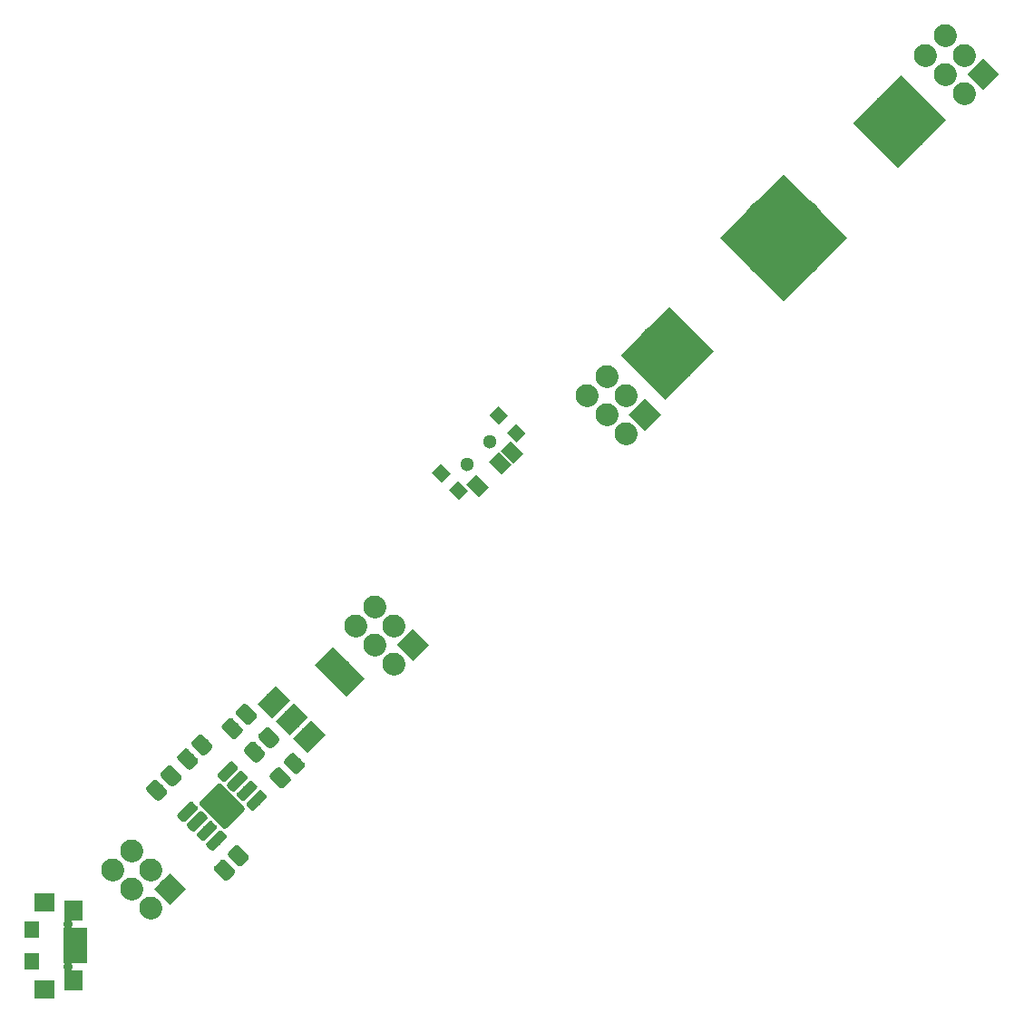
<source format=gbr>
G04 #@! TF.GenerationSoftware,KiCad,Pcbnew,5.1.2*
G04 #@! TF.CreationDate,2019-07-05T21:59:41-05:00*
G04 #@! TF.ProjectId,Master_Sword_(Ocarina_of_Time),4d617374-6572-45f5-9377-6f72645f284f,rev?*
G04 #@! TF.SameCoordinates,Original*
G04 #@! TF.FileFunction,Soldermask,Bot*
G04 #@! TF.FilePolarity,Negative*
%FSLAX46Y46*%
G04 Gerber Fmt 4.6, Leading zero omitted, Abs format (unit mm)*
G04 Created by KiCad (PCBNEW 5.1.2) date 2019-07-05 21:59:41*
%MOMM*%
%LPD*%
G04 APERTURE LIST*
%ADD10C,5.900000*%
%ADD11C,0.100000*%
%ADD12C,8.400000*%
%ADD13C,1.375000*%
%ADD14C,2.100000*%
%ADD15C,2.100000*%
%ADD16R,1.400000X1.500000*%
%ADD17R,1.900000X1.750000*%
%ADD18C,0.900000*%
%ADD19R,2.200000X0.800000*%
%ADD20R,1.800000X1.900000*%
%ADD21C,1.200000*%
%ADD22C,1.300000*%
%ADD23C,2.810000*%
%ADD24C,1.000000*%
%ADD25C,2.400000*%
%ADD26C,1.900000*%
G04 APERTURE END LIST*
D10*
X156272532Y-93877468D03*
D11*
G36*
X156095755Y-98226175D02*
G01*
X151923825Y-94054245D01*
X156449309Y-89528761D01*
X160621239Y-93700691D01*
X156095755Y-98226175D01*
X156095755Y-98226175D01*
G37*
D10*
X177910000Y-72240000D03*
D11*
G36*
X177733223Y-76588707D02*
G01*
X173561293Y-72416777D01*
X178086777Y-67891293D01*
X182258707Y-72063223D01*
X177733223Y-76588707D01*
X177733223Y-76588707D01*
G37*
D12*
X167091266Y-83058734D03*
D11*
G36*
X167091266Y-88998431D02*
G01*
X161151569Y-83058734D01*
X167091266Y-77119037D01*
X173030963Y-83058734D01*
X167091266Y-88998431D01*
X167091266Y-88998431D01*
G37*
G36*
X108463433Y-133681509D02*
G01*
X108496802Y-133686459D01*
X108529525Y-133694656D01*
X108561287Y-133706020D01*
X108591783Y-133720444D01*
X108620717Y-133737786D01*
X108647813Y-133757882D01*
X108672808Y-133780536D01*
X109459464Y-134567192D01*
X109482118Y-134592187D01*
X109502214Y-134619283D01*
X109519556Y-134648217D01*
X109533980Y-134678713D01*
X109545344Y-134710475D01*
X109553541Y-134743198D01*
X109558491Y-134776567D01*
X109560146Y-134810260D01*
X109558491Y-134843953D01*
X109553541Y-134877322D01*
X109545344Y-134910045D01*
X109533980Y-134941807D01*
X109519556Y-134972303D01*
X109502214Y-135001237D01*
X109482118Y-135028333D01*
X109459464Y-135053328D01*
X108973328Y-135539464D01*
X108948333Y-135562118D01*
X108921237Y-135582214D01*
X108892303Y-135599556D01*
X108861807Y-135613980D01*
X108830045Y-135625344D01*
X108797322Y-135633541D01*
X108763953Y-135638491D01*
X108730260Y-135640146D01*
X108696567Y-135638491D01*
X108663198Y-135633541D01*
X108630475Y-135625344D01*
X108598713Y-135613980D01*
X108568217Y-135599556D01*
X108539283Y-135582214D01*
X108512187Y-135562118D01*
X108487192Y-135539464D01*
X107700536Y-134752808D01*
X107677882Y-134727813D01*
X107657786Y-134700717D01*
X107640444Y-134671783D01*
X107626020Y-134641287D01*
X107614656Y-134609525D01*
X107606459Y-134576802D01*
X107601509Y-134543433D01*
X107599854Y-134509740D01*
X107601509Y-134476047D01*
X107606459Y-134442678D01*
X107614656Y-134409955D01*
X107626020Y-134378193D01*
X107640444Y-134347697D01*
X107657786Y-134318763D01*
X107677882Y-134291667D01*
X107700536Y-134266672D01*
X108186672Y-133780536D01*
X108211667Y-133757882D01*
X108238763Y-133737786D01*
X108267697Y-133720444D01*
X108298193Y-133706020D01*
X108329955Y-133694656D01*
X108362678Y-133686459D01*
X108396047Y-133681509D01*
X108429740Y-133679854D01*
X108463433Y-133681509D01*
X108463433Y-133681509D01*
G37*
D13*
X108580000Y-134660000D03*
D11*
G36*
X109789259Y-132355683D02*
G01*
X109822628Y-132360633D01*
X109855351Y-132368830D01*
X109887113Y-132380194D01*
X109917609Y-132394618D01*
X109946543Y-132411960D01*
X109973639Y-132432056D01*
X109998634Y-132454710D01*
X110785290Y-133241366D01*
X110807944Y-133266361D01*
X110828040Y-133293457D01*
X110845382Y-133322391D01*
X110859806Y-133352887D01*
X110871170Y-133384649D01*
X110879367Y-133417372D01*
X110884317Y-133450741D01*
X110885972Y-133484434D01*
X110884317Y-133518127D01*
X110879367Y-133551496D01*
X110871170Y-133584219D01*
X110859806Y-133615981D01*
X110845382Y-133646477D01*
X110828040Y-133675411D01*
X110807944Y-133702507D01*
X110785290Y-133727502D01*
X110299154Y-134213638D01*
X110274159Y-134236292D01*
X110247063Y-134256388D01*
X110218129Y-134273730D01*
X110187633Y-134288154D01*
X110155871Y-134299518D01*
X110123148Y-134307715D01*
X110089779Y-134312665D01*
X110056086Y-134314320D01*
X110022393Y-134312665D01*
X109989024Y-134307715D01*
X109956301Y-134299518D01*
X109924539Y-134288154D01*
X109894043Y-134273730D01*
X109865109Y-134256388D01*
X109838013Y-134236292D01*
X109813018Y-134213638D01*
X109026362Y-133426982D01*
X109003708Y-133401987D01*
X108983612Y-133374891D01*
X108966270Y-133345957D01*
X108951846Y-133315461D01*
X108940482Y-133283699D01*
X108932285Y-133250976D01*
X108927335Y-133217607D01*
X108925680Y-133183914D01*
X108927335Y-133150221D01*
X108932285Y-133116852D01*
X108940482Y-133084129D01*
X108951846Y-133052367D01*
X108966270Y-133021871D01*
X108983612Y-132992937D01*
X109003708Y-132965841D01*
X109026362Y-132940846D01*
X109512498Y-132454710D01*
X109537493Y-132432056D01*
X109564589Y-132411960D01*
X109593523Y-132394618D01*
X109624019Y-132380194D01*
X109655781Y-132368830D01*
X109688504Y-132360633D01*
X109721873Y-132355683D01*
X109755566Y-132354028D01*
X109789259Y-132355683D01*
X109789259Y-132355683D01*
G37*
D13*
X109905826Y-133334174D03*
D11*
G36*
X117603433Y-130121509D02*
G01*
X117636802Y-130126459D01*
X117669525Y-130134656D01*
X117701287Y-130146020D01*
X117731783Y-130160444D01*
X117760717Y-130177786D01*
X117787813Y-130197882D01*
X117812808Y-130220536D01*
X118599464Y-131007192D01*
X118622118Y-131032187D01*
X118642214Y-131059283D01*
X118659556Y-131088217D01*
X118673980Y-131118713D01*
X118685344Y-131150475D01*
X118693541Y-131183198D01*
X118698491Y-131216567D01*
X118700146Y-131250260D01*
X118698491Y-131283953D01*
X118693541Y-131317322D01*
X118685344Y-131350045D01*
X118673980Y-131381807D01*
X118659556Y-131412303D01*
X118642214Y-131441237D01*
X118622118Y-131468333D01*
X118599464Y-131493328D01*
X118113328Y-131979464D01*
X118088333Y-132002118D01*
X118061237Y-132022214D01*
X118032303Y-132039556D01*
X118001807Y-132053980D01*
X117970045Y-132065344D01*
X117937322Y-132073541D01*
X117903953Y-132078491D01*
X117870260Y-132080146D01*
X117836567Y-132078491D01*
X117803198Y-132073541D01*
X117770475Y-132065344D01*
X117738713Y-132053980D01*
X117708217Y-132039556D01*
X117679283Y-132022214D01*
X117652187Y-132002118D01*
X117627192Y-131979464D01*
X116840536Y-131192808D01*
X116817882Y-131167813D01*
X116797786Y-131140717D01*
X116780444Y-131111783D01*
X116766020Y-131081287D01*
X116754656Y-131049525D01*
X116746459Y-131016802D01*
X116741509Y-130983433D01*
X116739854Y-130949740D01*
X116741509Y-130916047D01*
X116746459Y-130882678D01*
X116754656Y-130849955D01*
X116766020Y-130818193D01*
X116780444Y-130787697D01*
X116797786Y-130758763D01*
X116817882Y-130731667D01*
X116840536Y-130706672D01*
X117326672Y-130220536D01*
X117351667Y-130197882D01*
X117378763Y-130177786D01*
X117407697Y-130160444D01*
X117438193Y-130146020D01*
X117469955Y-130134656D01*
X117502678Y-130126459D01*
X117536047Y-130121509D01*
X117569740Y-130119854D01*
X117603433Y-130121509D01*
X117603433Y-130121509D01*
G37*
D13*
X117720000Y-131100000D03*
D11*
G36*
X118929259Y-128795683D02*
G01*
X118962628Y-128800633D01*
X118995351Y-128808830D01*
X119027113Y-128820194D01*
X119057609Y-128834618D01*
X119086543Y-128851960D01*
X119113639Y-128872056D01*
X119138634Y-128894710D01*
X119925290Y-129681366D01*
X119947944Y-129706361D01*
X119968040Y-129733457D01*
X119985382Y-129762391D01*
X119999806Y-129792887D01*
X120011170Y-129824649D01*
X120019367Y-129857372D01*
X120024317Y-129890741D01*
X120025972Y-129924434D01*
X120024317Y-129958127D01*
X120019367Y-129991496D01*
X120011170Y-130024219D01*
X119999806Y-130055981D01*
X119985382Y-130086477D01*
X119968040Y-130115411D01*
X119947944Y-130142507D01*
X119925290Y-130167502D01*
X119439154Y-130653638D01*
X119414159Y-130676292D01*
X119387063Y-130696388D01*
X119358129Y-130713730D01*
X119327633Y-130728154D01*
X119295871Y-130739518D01*
X119263148Y-130747715D01*
X119229779Y-130752665D01*
X119196086Y-130754320D01*
X119162393Y-130752665D01*
X119129024Y-130747715D01*
X119096301Y-130739518D01*
X119064539Y-130728154D01*
X119034043Y-130713730D01*
X119005109Y-130696388D01*
X118978013Y-130676292D01*
X118953018Y-130653638D01*
X118166362Y-129866982D01*
X118143708Y-129841987D01*
X118123612Y-129814891D01*
X118106270Y-129785957D01*
X118091846Y-129755461D01*
X118080482Y-129723699D01*
X118072285Y-129690976D01*
X118067335Y-129657607D01*
X118065680Y-129623914D01*
X118067335Y-129590221D01*
X118072285Y-129556852D01*
X118080482Y-129524129D01*
X118091846Y-129492367D01*
X118106270Y-129461871D01*
X118123612Y-129432937D01*
X118143708Y-129405841D01*
X118166362Y-129380846D01*
X118652498Y-128894710D01*
X118677493Y-128872056D01*
X118704589Y-128851960D01*
X118733523Y-128834618D01*
X118764019Y-128820194D01*
X118795781Y-128808830D01*
X118828504Y-128800633D01*
X118861873Y-128795683D01*
X118895566Y-128794028D01*
X118929259Y-128795683D01*
X118929259Y-128795683D01*
G37*
D13*
X119045826Y-129774174D03*
D11*
G36*
X116839259Y-126615683D02*
G01*
X116872628Y-126620633D01*
X116905351Y-126628830D01*
X116937113Y-126640194D01*
X116967609Y-126654618D01*
X116996543Y-126671960D01*
X117023639Y-126692056D01*
X117048634Y-126714710D01*
X117835290Y-127501366D01*
X117857944Y-127526361D01*
X117878040Y-127553457D01*
X117895382Y-127582391D01*
X117909806Y-127612887D01*
X117921170Y-127644649D01*
X117929367Y-127677372D01*
X117934317Y-127710741D01*
X117935972Y-127744434D01*
X117934317Y-127778127D01*
X117929367Y-127811496D01*
X117921170Y-127844219D01*
X117909806Y-127875981D01*
X117895382Y-127906477D01*
X117878040Y-127935411D01*
X117857944Y-127962507D01*
X117835290Y-127987502D01*
X117349154Y-128473638D01*
X117324159Y-128496292D01*
X117297063Y-128516388D01*
X117268129Y-128533730D01*
X117237633Y-128548154D01*
X117205871Y-128559518D01*
X117173148Y-128567715D01*
X117139779Y-128572665D01*
X117106086Y-128574320D01*
X117072393Y-128572665D01*
X117039024Y-128567715D01*
X117006301Y-128559518D01*
X116974539Y-128548154D01*
X116944043Y-128533730D01*
X116915109Y-128516388D01*
X116888013Y-128496292D01*
X116863018Y-128473638D01*
X116076362Y-127686982D01*
X116053708Y-127661987D01*
X116033612Y-127634891D01*
X116016270Y-127605957D01*
X116001846Y-127575461D01*
X115990482Y-127543699D01*
X115982285Y-127510976D01*
X115977335Y-127477607D01*
X115975680Y-127443914D01*
X115977335Y-127410221D01*
X115982285Y-127376852D01*
X115990482Y-127344129D01*
X116001846Y-127312367D01*
X116016270Y-127281871D01*
X116033612Y-127252937D01*
X116053708Y-127225841D01*
X116076362Y-127200846D01*
X116562498Y-126714710D01*
X116587493Y-126692056D01*
X116614589Y-126671960D01*
X116643523Y-126654618D01*
X116674019Y-126640194D01*
X116705781Y-126628830D01*
X116738504Y-126620633D01*
X116771873Y-126615683D01*
X116805566Y-126614028D01*
X116839259Y-126615683D01*
X116839259Y-126615683D01*
G37*
D13*
X116955826Y-127594174D03*
D11*
G36*
X115513433Y-127941509D02*
G01*
X115546802Y-127946459D01*
X115579525Y-127954656D01*
X115611287Y-127966020D01*
X115641783Y-127980444D01*
X115670717Y-127997786D01*
X115697813Y-128017882D01*
X115722808Y-128040536D01*
X116509464Y-128827192D01*
X116532118Y-128852187D01*
X116552214Y-128879283D01*
X116569556Y-128908217D01*
X116583980Y-128938713D01*
X116595344Y-128970475D01*
X116603541Y-129003198D01*
X116608491Y-129036567D01*
X116610146Y-129070260D01*
X116608491Y-129103953D01*
X116603541Y-129137322D01*
X116595344Y-129170045D01*
X116583980Y-129201807D01*
X116569556Y-129232303D01*
X116552214Y-129261237D01*
X116532118Y-129288333D01*
X116509464Y-129313328D01*
X116023328Y-129799464D01*
X115998333Y-129822118D01*
X115971237Y-129842214D01*
X115942303Y-129859556D01*
X115911807Y-129873980D01*
X115880045Y-129885344D01*
X115847322Y-129893541D01*
X115813953Y-129898491D01*
X115780260Y-129900146D01*
X115746567Y-129898491D01*
X115713198Y-129893541D01*
X115680475Y-129885344D01*
X115648713Y-129873980D01*
X115618217Y-129859556D01*
X115589283Y-129842214D01*
X115562187Y-129822118D01*
X115537192Y-129799464D01*
X114750536Y-129012808D01*
X114727882Y-128987813D01*
X114707786Y-128960717D01*
X114690444Y-128931783D01*
X114676020Y-128901287D01*
X114664656Y-128869525D01*
X114656459Y-128836802D01*
X114651509Y-128803433D01*
X114649854Y-128769740D01*
X114651509Y-128736047D01*
X114656459Y-128702678D01*
X114664656Y-128669955D01*
X114676020Y-128638193D01*
X114690444Y-128607697D01*
X114707786Y-128578763D01*
X114727882Y-128551667D01*
X114750536Y-128526672D01*
X115236672Y-128040536D01*
X115261667Y-128017882D01*
X115288763Y-127997786D01*
X115317697Y-127980444D01*
X115348193Y-127966020D01*
X115379955Y-127954656D01*
X115412678Y-127946459D01*
X115446047Y-127941509D01*
X115479740Y-127939854D01*
X115513433Y-127941509D01*
X115513433Y-127941509D01*
G37*
D13*
X115630000Y-128920000D03*
D11*
G36*
X120000520Y-132534422D02*
G01*
X120033889Y-132539372D01*
X120066612Y-132547569D01*
X120098374Y-132558933D01*
X120128870Y-132573357D01*
X120157804Y-132590699D01*
X120184900Y-132610795D01*
X120209895Y-132633449D01*
X120996551Y-133420105D01*
X121019205Y-133445100D01*
X121039301Y-133472196D01*
X121056643Y-133501130D01*
X121071067Y-133531626D01*
X121082431Y-133563388D01*
X121090628Y-133596111D01*
X121095578Y-133629480D01*
X121097233Y-133663173D01*
X121095578Y-133696866D01*
X121090628Y-133730235D01*
X121082431Y-133762958D01*
X121071067Y-133794720D01*
X121056643Y-133825216D01*
X121039301Y-133854150D01*
X121019205Y-133881246D01*
X120996551Y-133906241D01*
X120510415Y-134392377D01*
X120485420Y-134415031D01*
X120458324Y-134435127D01*
X120429390Y-134452469D01*
X120398894Y-134466893D01*
X120367132Y-134478257D01*
X120334409Y-134486454D01*
X120301040Y-134491404D01*
X120267347Y-134493059D01*
X120233654Y-134491404D01*
X120200285Y-134486454D01*
X120167562Y-134478257D01*
X120135800Y-134466893D01*
X120105304Y-134452469D01*
X120076370Y-134435127D01*
X120049274Y-134415031D01*
X120024279Y-134392377D01*
X119237623Y-133605721D01*
X119214969Y-133580726D01*
X119194873Y-133553630D01*
X119177531Y-133524696D01*
X119163107Y-133494200D01*
X119151743Y-133462438D01*
X119143546Y-133429715D01*
X119138596Y-133396346D01*
X119136941Y-133362653D01*
X119138596Y-133328960D01*
X119143546Y-133295591D01*
X119151743Y-133262868D01*
X119163107Y-133231106D01*
X119177531Y-133200610D01*
X119194873Y-133171676D01*
X119214969Y-133144580D01*
X119237623Y-133119585D01*
X119723759Y-132633449D01*
X119748754Y-132610795D01*
X119775850Y-132590699D01*
X119804784Y-132573357D01*
X119835280Y-132558933D01*
X119867042Y-132547569D01*
X119899765Y-132539372D01*
X119933134Y-132534422D01*
X119966827Y-132532767D01*
X120000520Y-132534422D01*
X120000520Y-132534422D01*
G37*
D13*
X120117087Y-133512913D03*
D11*
G36*
X121326346Y-131208596D02*
G01*
X121359715Y-131213546D01*
X121392438Y-131221743D01*
X121424200Y-131233107D01*
X121454696Y-131247531D01*
X121483630Y-131264873D01*
X121510726Y-131284969D01*
X121535721Y-131307623D01*
X122322377Y-132094279D01*
X122345031Y-132119274D01*
X122365127Y-132146370D01*
X122382469Y-132175304D01*
X122396893Y-132205800D01*
X122408257Y-132237562D01*
X122416454Y-132270285D01*
X122421404Y-132303654D01*
X122423059Y-132337347D01*
X122421404Y-132371040D01*
X122416454Y-132404409D01*
X122408257Y-132437132D01*
X122396893Y-132468894D01*
X122382469Y-132499390D01*
X122365127Y-132528324D01*
X122345031Y-132555420D01*
X122322377Y-132580415D01*
X121836241Y-133066551D01*
X121811246Y-133089205D01*
X121784150Y-133109301D01*
X121755216Y-133126643D01*
X121724720Y-133141067D01*
X121692958Y-133152431D01*
X121660235Y-133160628D01*
X121626866Y-133165578D01*
X121593173Y-133167233D01*
X121559480Y-133165578D01*
X121526111Y-133160628D01*
X121493388Y-133152431D01*
X121461626Y-133141067D01*
X121431130Y-133126643D01*
X121402196Y-133109301D01*
X121375100Y-133089205D01*
X121350105Y-133066551D01*
X120563449Y-132279895D01*
X120540795Y-132254900D01*
X120520699Y-132227804D01*
X120503357Y-132198870D01*
X120488933Y-132168374D01*
X120477569Y-132136612D01*
X120469372Y-132103889D01*
X120464422Y-132070520D01*
X120462767Y-132036827D01*
X120464422Y-132003134D01*
X120469372Y-131969765D01*
X120477569Y-131937042D01*
X120488933Y-131905280D01*
X120503357Y-131874784D01*
X120520699Y-131845850D01*
X120540795Y-131818754D01*
X120563449Y-131793759D01*
X121049585Y-131307623D01*
X121074580Y-131284969D01*
X121101676Y-131264873D01*
X121130610Y-131247531D01*
X121161106Y-131233107D01*
X121192868Y-131221743D01*
X121225591Y-131213546D01*
X121258960Y-131208596D01*
X121292653Y-131206941D01*
X121326346Y-131208596D01*
X121326346Y-131208596D01*
G37*
D13*
X121442913Y-132187087D03*
D14*
X104410000Y-142090000D03*
D15*
X104410000Y-142090000D02*
X104410000Y-142090000D01*
D14*
X106206052Y-140293949D03*
D15*
X106206052Y-140293949D02*
X106206052Y-140293949D01*
D14*
X106206052Y-143886051D03*
D15*
X106206052Y-143886051D02*
X106206052Y-143886051D01*
D14*
X108002103Y-142090000D03*
D15*
X108002103Y-142090000D02*
X108002103Y-142090000D01*
D14*
X108002103Y-145682102D03*
D15*
X108002103Y-145682102D02*
X108002103Y-145682102D01*
D14*
X109798154Y-143886051D03*
D11*
G36*
X109798154Y-142401127D02*
G01*
X111283078Y-143886051D01*
X109798154Y-145370975D01*
X108313230Y-143886051D01*
X109798154Y-142401127D01*
X109798154Y-142401127D01*
G37*
D14*
X132490000Y-121100000D03*
D11*
G36*
X132490000Y-119615076D02*
G01*
X133974924Y-121100000D01*
X132490000Y-122584924D01*
X131005076Y-121100000D01*
X132490000Y-119615076D01*
X132490000Y-119615076D01*
G37*
D14*
X130693949Y-122896051D03*
D15*
X130693949Y-122896051D02*
X130693949Y-122896051D01*
D14*
X130693949Y-119303949D03*
D15*
X130693949Y-119303949D02*
X130693949Y-119303949D01*
D14*
X128897898Y-121100000D03*
D15*
X128897898Y-121100000D02*
X128897898Y-121100000D01*
D14*
X128897898Y-117507898D03*
D15*
X128897898Y-117507898D02*
X128897898Y-117507898D01*
D14*
X127101846Y-119303949D03*
D15*
X127101846Y-119303949D02*
X127101846Y-119303949D01*
D14*
X154150000Y-99590000D03*
D11*
G36*
X154150000Y-98105076D02*
G01*
X155634924Y-99590000D01*
X154150000Y-101074924D01*
X152665076Y-99590000D01*
X154150000Y-98105076D01*
X154150000Y-98105076D01*
G37*
D14*
X152353949Y-101386051D03*
D15*
X152353949Y-101386051D02*
X152353949Y-101386051D01*
D14*
X152353949Y-97793949D03*
D15*
X152353949Y-97793949D02*
X152353949Y-97793949D01*
D14*
X150557898Y-99590000D03*
D15*
X150557898Y-99590000D02*
X150557898Y-99590000D01*
D14*
X150557898Y-95997898D03*
D15*
X150557898Y-95997898D02*
X150557898Y-95997898D01*
D14*
X148761846Y-97793949D03*
D15*
X148761846Y-97793949D02*
X148761846Y-97793949D01*
D14*
X180353948Y-66023949D03*
D15*
X180353948Y-66023949D02*
X180353948Y-66023949D01*
D14*
X182150000Y-64227898D03*
D15*
X182150000Y-64227898D02*
X182150000Y-64227898D01*
D14*
X182150000Y-67820000D03*
D15*
X182150000Y-67820000D02*
X182150000Y-67820000D01*
D14*
X183946051Y-66023949D03*
D15*
X183946051Y-66023949D02*
X183946051Y-66023949D01*
D14*
X183946051Y-69616051D03*
D15*
X183946051Y-69616051D02*
X183946051Y-69616051D01*
D14*
X185742102Y-67820000D03*
D11*
G36*
X185742102Y-66335076D02*
G01*
X187227026Y-67820000D01*
X185742102Y-69304924D01*
X184257178Y-67820000D01*
X185742102Y-66335076D01*
X185742102Y-66335076D01*
G37*
D16*
X96930000Y-147680000D03*
X96930000Y-150680000D03*
D17*
X98110000Y-145105000D03*
X98110000Y-153255000D03*
D18*
X100330000Y-147180000D03*
X100330000Y-151180000D03*
D19*
X100980000Y-147880000D03*
X100980000Y-150480000D03*
X100980000Y-148530000D03*
X100980000Y-149830000D03*
X100980000Y-149180000D03*
D20*
X100780000Y-145930000D03*
X100780000Y-152430000D03*
D11*
G36*
X114770520Y-141134422D02*
G01*
X114803889Y-141139372D01*
X114836612Y-141147569D01*
X114868374Y-141158933D01*
X114898870Y-141173357D01*
X114927804Y-141190699D01*
X114954900Y-141210795D01*
X114979895Y-141233449D01*
X115766551Y-142020105D01*
X115789205Y-142045100D01*
X115809301Y-142072196D01*
X115826643Y-142101130D01*
X115841067Y-142131626D01*
X115852431Y-142163388D01*
X115860628Y-142196111D01*
X115865578Y-142229480D01*
X115867233Y-142263173D01*
X115865578Y-142296866D01*
X115860628Y-142330235D01*
X115852431Y-142362958D01*
X115841067Y-142394720D01*
X115826643Y-142425216D01*
X115809301Y-142454150D01*
X115789205Y-142481246D01*
X115766551Y-142506241D01*
X115280415Y-142992377D01*
X115255420Y-143015031D01*
X115228324Y-143035127D01*
X115199390Y-143052469D01*
X115168894Y-143066893D01*
X115137132Y-143078257D01*
X115104409Y-143086454D01*
X115071040Y-143091404D01*
X115037347Y-143093059D01*
X115003654Y-143091404D01*
X114970285Y-143086454D01*
X114937562Y-143078257D01*
X114905800Y-143066893D01*
X114875304Y-143052469D01*
X114846370Y-143035127D01*
X114819274Y-143015031D01*
X114794279Y-142992377D01*
X114007623Y-142205721D01*
X113984969Y-142180726D01*
X113964873Y-142153630D01*
X113947531Y-142124696D01*
X113933107Y-142094200D01*
X113921743Y-142062438D01*
X113913546Y-142029715D01*
X113908596Y-141996346D01*
X113906941Y-141962653D01*
X113908596Y-141928960D01*
X113913546Y-141895591D01*
X113921743Y-141862868D01*
X113933107Y-141831106D01*
X113947531Y-141800610D01*
X113964873Y-141771676D01*
X113984969Y-141744580D01*
X114007623Y-141719585D01*
X114493759Y-141233449D01*
X114518754Y-141210795D01*
X114545850Y-141190699D01*
X114574784Y-141173357D01*
X114605280Y-141158933D01*
X114637042Y-141147569D01*
X114669765Y-141139372D01*
X114703134Y-141134422D01*
X114736827Y-141132767D01*
X114770520Y-141134422D01*
X114770520Y-141134422D01*
G37*
D13*
X114887087Y-142112913D03*
D11*
G36*
X116096346Y-139808596D02*
G01*
X116129715Y-139813546D01*
X116162438Y-139821743D01*
X116194200Y-139833107D01*
X116224696Y-139847531D01*
X116253630Y-139864873D01*
X116280726Y-139884969D01*
X116305721Y-139907623D01*
X117092377Y-140694279D01*
X117115031Y-140719274D01*
X117135127Y-140746370D01*
X117152469Y-140775304D01*
X117166893Y-140805800D01*
X117178257Y-140837562D01*
X117186454Y-140870285D01*
X117191404Y-140903654D01*
X117193059Y-140937347D01*
X117191404Y-140971040D01*
X117186454Y-141004409D01*
X117178257Y-141037132D01*
X117166893Y-141068894D01*
X117152469Y-141099390D01*
X117135127Y-141128324D01*
X117115031Y-141155420D01*
X117092377Y-141180415D01*
X116606241Y-141666551D01*
X116581246Y-141689205D01*
X116554150Y-141709301D01*
X116525216Y-141726643D01*
X116494720Y-141741067D01*
X116462958Y-141752431D01*
X116430235Y-141760628D01*
X116396866Y-141765578D01*
X116363173Y-141767233D01*
X116329480Y-141765578D01*
X116296111Y-141760628D01*
X116263388Y-141752431D01*
X116231626Y-141741067D01*
X116201130Y-141726643D01*
X116172196Y-141709301D01*
X116145100Y-141689205D01*
X116120105Y-141666551D01*
X115333449Y-140879895D01*
X115310795Y-140854900D01*
X115290699Y-140827804D01*
X115273357Y-140798870D01*
X115258933Y-140768374D01*
X115247569Y-140736612D01*
X115239372Y-140703889D01*
X115234422Y-140670520D01*
X115232767Y-140636827D01*
X115234422Y-140603134D01*
X115239372Y-140569765D01*
X115247569Y-140537042D01*
X115258933Y-140505280D01*
X115273357Y-140474784D01*
X115290699Y-140445850D01*
X115310795Y-140418754D01*
X115333449Y-140393759D01*
X115819585Y-139907623D01*
X115844580Y-139884969D01*
X115871676Y-139864873D01*
X115900610Y-139847531D01*
X115931106Y-139833107D01*
X115962868Y-139821743D01*
X115995591Y-139813546D01*
X116028960Y-139808596D01*
X116062653Y-139806941D01*
X116096346Y-139808596D01*
X116096346Y-139808596D01*
G37*
D13*
X116212913Y-140787087D03*
D11*
G36*
X111357607Y-130787335D02*
G01*
X111390976Y-130792285D01*
X111423699Y-130800482D01*
X111455461Y-130811846D01*
X111485957Y-130826270D01*
X111514891Y-130843612D01*
X111541987Y-130863708D01*
X111566982Y-130886362D01*
X112353638Y-131673018D01*
X112376292Y-131698013D01*
X112396388Y-131725109D01*
X112413730Y-131754043D01*
X112428154Y-131784539D01*
X112439518Y-131816301D01*
X112447715Y-131849024D01*
X112452665Y-131882393D01*
X112454320Y-131916086D01*
X112452665Y-131949779D01*
X112447715Y-131983148D01*
X112439518Y-132015871D01*
X112428154Y-132047633D01*
X112413730Y-132078129D01*
X112396388Y-132107063D01*
X112376292Y-132134159D01*
X112353638Y-132159154D01*
X111867502Y-132645290D01*
X111842507Y-132667944D01*
X111815411Y-132688040D01*
X111786477Y-132705382D01*
X111755981Y-132719806D01*
X111724219Y-132731170D01*
X111691496Y-132739367D01*
X111658127Y-132744317D01*
X111624434Y-132745972D01*
X111590741Y-132744317D01*
X111557372Y-132739367D01*
X111524649Y-132731170D01*
X111492887Y-132719806D01*
X111462391Y-132705382D01*
X111433457Y-132688040D01*
X111406361Y-132667944D01*
X111381366Y-132645290D01*
X110594710Y-131858634D01*
X110572056Y-131833639D01*
X110551960Y-131806543D01*
X110534618Y-131777609D01*
X110520194Y-131747113D01*
X110508830Y-131715351D01*
X110500633Y-131682628D01*
X110495683Y-131649259D01*
X110494028Y-131615566D01*
X110495683Y-131581873D01*
X110500633Y-131548504D01*
X110508830Y-131515781D01*
X110520194Y-131484019D01*
X110534618Y-131453523D01*
X110551960Y-131424589D01*
X110572056Y-131397493D01*
X110594710Y-131372498D01*
X111080846Y-130886362D01*
X111105841Y-130863708D01*
X111132937Y-130843612D01*
X111161871Y-130826270D01*
X111192367Y-130811846D01*
X111224129Y-130800482D01*
X111256852Y-130792285D01*
X111290221Y-130787335D01*
X111323914Y-130785680D01*
X111357607Y-130787335D01*
X111357607Y-130787335D01*
G37*
D13*
X111474174Y-131765826D03*
D11*
G36*
X112683433Y-129461509D02*
G01*
X112716802Y-129466459D01*
X112749525Y-129474656D01*
X112781287Y-129486020D01*
X112811783Y-129500444D01*
X112840717Y-129517786D01*
X112867813Y-129537882D01*
X112892808Y-129560536D01*
X113679464Y-130347192D01*
X113702118Y-130372187D01*
X113722214Y-130399283D01*
X113739556Y-130428217D01*
X113753980Y-130458713D01*
X113765344Y-130490475D01*
X113773541Y-130523198D01*
X113778491Y-130556567D01*
X113780146Y-130590260D01*
X113778491Y-130623953D01*
X113773541Y-130657322D01*
X113765344Y-130690045D01*
X113753980Y-130721807D01*
X113739556Y-130752303D01*
X113722214Y-130781237D01*
X113702118Y-130808333D01*
X113679464Y-130833328D01*
X113193328Y-131319464D01*
X113168333Y-131342118D01*
X113141237Y-131362214D01*
X113112303Y-131379556D01*
X113081807Y-131393980D01*
X113050045Y-131405344D01*
X113017322Y-131413541D01*
X112983953Y-131418491D01*
X112950260Y-131420146D01*
X112916567Y-131418491D01*
X112883198Y-131413541D01*
X112850475Y-131405344D01*
X112818713Y-131393980D01*
X112788217Y-131379556D01*
X112759283Y-131362214D01*
X112732187Y-131342118D01*
X112707192Y-131319464D01*
X111920536Y-130532808D01*
X111897882Y-130507813D01*
X111877786Y-130480717D01*
X111860444Y-130451783D01*
X111846020Y-130421287D01*
X111834656Y-130389525D01*
X111826459Y-130356802D01*
X111821509Y-130323433D01*
X111819854Y-130289740D01*
X111821509Y-130256047D01*
X111826459Y-130222678D01*
X111834656Y-130189955D01*
X111846020Y-130158193D01*
X111860444Y-130127697D01*
X111877786Y-130098763D01*
X111897882Y-130071667D01*
X111920536Y-130046672D01*
X112406672Y-129560536D01*
X112431667Y-129537882D01*
X112458763Y-129517786D01*
X112487697Y-129500444D01*
X112518193Y-129486020D01*
X112549955Y-129474656D01*
X112582678Y-129466459D01*
X112616047Y-129461509D01*
X112649740Y-129459854D01*
X112683433Y-129461509D01*
X112683433Y-129461509D01*
G37*
D13*
X112800000Y-130440000D03*
D21*
X140503833Y-99679821D03*
D11*
G36*
X140468478Y-98795938D02*
G01*
X141387716Y-99715176D01*
X140539188Y-100563704D01*
X139619950Y-99644466D01*
X140468478Y-98795938D01*
X140468478Y-98795938D01*
G37*
D21*
X135129821Y-105053833D03*
D11*
G36*
X135094466Y-104169950D02*
G01*
X136013704Y-105089188D01*
X135165176Y-105937716D01*
X134245938Y-105018478D01*
X135094466Y-104169950D01*
X135094466Y-104169950D01*
G37*
D21*
X136749096Y-106687250D03*
D11*
G36*
X136713741Y-105803367D02*
G01*
X137632979Y-106722605D01*
X136784451Y-107571133D01*
X135865213Y-106651895D01*
X136713741Y-105803367D01*
X136713741Y-105803367D01*
G37*
D21*
X142130179Y-101306167D03*
D11*
G36*
X142094824Y-100422284D02*
G01*
X143014062Y-101341522D01*
X142165534Y-102190050D01*
X141246296Y-101270812D01*
X142094824Y-100422284D01*
X142094824Y-100422284D01*
G37*
D22*
X141723592Y-103091612D03*
D11*
G36*
X141599848Y-102048629D02*
G01*
X142766575Y-103215356D01*
X141847336Y-104134595D01*
X140680609Y-102967868D01*
X141599848Y-102048629D01*
X141599848Y-102048629D01*
G37*
D22*
X140662932Y-104152272D03*
D11*
G36*
X140539188Y-103109289D02*
G01*
X141705915Y-104276016D01*
X140786676Y-105195255D01*
X139619949Y-104028528D01*
X140539188Y-103109289D01*
X140539188Y-103109289D01*
G37*
D22*
X138541612Y-106273592D03*
D11*
G36*
X138417868Y-105230609D02*
G01*
X139584595Y-106397336D01*
X138665356Y-107316575D01*
X137498629Y-106149848D01*
X138417868Y-105230609D01*
X138417868Y-105230609D01*
G37*
D22*
X137569340Y-104240660D03*
X139690660Y-102119340D03*
D11*
G36*
X114464619Y-134041222D02*
G01*
X114492915Y-134045419D01*
X114520664Y-134052370D01*
X114547597Y-134062007D01*
X114573456Y-134074237D01*
X114597992Y-134088943D01*
X114620969Y-134105984D01*
X114642164Y-134125194D01*
X116704806Y-136187836D01*
X116724016Y-136209031D01*
X116741057Y-136232008D01*
X116755763Y-136256544D01*
X116767993Y-136282403D01*
X116777630Y-136309336D01*
X116784581Y-136337085D01*
X116788778Y-136365381D01*
X116790182Y-136393952D01*
X116788778Y-136422523D01*
X116784581Y-136450819D01*
X116777630Y-136478568D01*
X116767993Y-136505501D01*
X116755763Y-136531360D01*
X116741057Y-136555896D01*
X116724016Y-136578873D01*
X116704806Y-136600068D01*
X115130068Y-138174806D01*
X115108873Y-138194016D01*
X115085896Y-138211057D01*
X115061360Y-138225763D01*
X115035501Y-138237993D01*
X115008568Y-138247630D01*
X114980819Y-138254581D01*
X114952523Y-138258778D01*
X114923952Y-138260182D01*
X114895381Y-138258778D01*
X114867085Y-138254581D01*
X114839336Y-138247630D01*
X114812403Y-138237993D01*
X114786544Y-138225763D01*
X114762008Y-138211057D01*
X114739031Y-138194016D01*
X114717836Y-138174806D01*
X112655194Y-136112164D01*
X112635984Y-136090969D01*
X112618943Y-136067992D01*
X112604237Y-136043456D01*
X112592007Y-136017597D01*
X112582370Y-135990664D01*
X112575419Y-135962915D01*
X112571222Y-135934619D01*
X112569818Y-135906048D01*
X112571222Y-135877477D01*
X112575419Y-135849181D01*
X112582370Y-135821432D01*
X112592007Y-135794499D01*
X112604237Y-135768640D01*
X112618943Y-135744104D01*
X112635984Y-135721127D01*
X112655194Y-135699932D01*
X114229932Y-134125194D01*
X114251127Y-134105984D01*
X114274104Y-134088943D01*
X114298640Y-134074237D01*
X114324499Y-134062007D01*
X114351432Y-134052370D01*
X114379181Y-134045419D01*
X114407477Y-134041222D01*
X114436048Y-134039818D01*
X114464619Y-134041222D01*
X114464619Y-134041222D01*
G37*
D23*
X114680000Y-136150000D03*
D11*
G36*
X114531262Y-138414968D02*
G01*
X114555531Y-138418568D01*
X114579329Y-138424529D01*
X114602429Y-138432794D01*
X114624607Y-138443284D01*
X114645651Y-138455897D01*
X114665356Y-138470511D01*
X114683535Y-138486987D01*
X115037089Y-138840541D01*
X115053565Y-138858720D01*
X115068179Y-138878425D01*
X115080792Y-138899469D01*
X115091282Y-138921647D01*
X115099547Y-138944747D01*
X115105508Y-138968545D01*
X115109108Y-138992814D01*
X115110312Y-139017318D01*
X115109108Y-139041822D01*
X115105508Y-139066091D01*
X115099547Y-139089889D01*
X115091282Y-139112989D01*
X115080792Y-139135167D01*
X115068179Y-139156211D01*
X115053565Y-139175916D01*
X115037089Y-139194095D01*
X113976429Y-140254755D01*
X113958250Y-140271231D01*
X113938545Y-140285845D01*
X113917501Y-140298458D01*
X113895323Y-140308948D01*
X113872223Y-140317213D01*
X113848425Y-140323174D01*
X113824156Y-140326774D01*
X113799652Y-140327978D01*
X113775148Y-140326774D01*
X113750879Y-140323174D01*
X113727081Y-140317213D01*
X113703981Y-140308948D01*
X113681803Y-140298458D01*
X113660759Y-140285845D01*
X113641054Y-140271231D01*
X113622875Y-140254755D01*
X113269321Y-139901201D01*
X113252845Y-139883022D01*
X113238231Y-139863317D01*
X113225618Y-139842273D01*
X113215128Y-139820095D01*
X113206863Y-139796995D01*
X113200902Y-139773197D01*
X113197302Y-139748928D01*
X113196098Y-139724424D01*
X113197302Y-139699920D01*
X113200902Y-139675651D01*
X113206863Y-139651853D01*
X113215128Y-139628753D01*
X113225618Y-139606575D01*
X113238231Y-139585531D01*
X113252845Y-139565826D01*
X113269321Y-139547647D01*
X114329981Y-138486987D01*
X114348160Y-138470511D01*
X114367865Y-138455897D01*
X114388909Y-138443284D01*
X114411087Y-138432794D01*
X114434187Y-138424529D01*
X114457985Y-138418568D01*
X114482254Y-138414968D01*
X114506758Y-138413764D01*
X114531262Y-138414968D01*
X114531262Y-138414968D01*
G37*
D24*
X114153205Y-139370871D03*
D11*
G36*
X113633237Y-137516943D02*
G01*
X113657506Y-137520543D01*
X113681304Y-137526504D01*
X113704404Y-137534769D01*
X113726582Y-137545259D01*
X113747626Y-137557872D01*
X113767331Y-137572486D01*
X113785510Y-137588962D01*
X114139064Y-137942516D01*
X114155540Y-137960695D01*
X114170154Y-137980400D01*
X114182767Y-138001444D01*
X114193257Y-138023622D01*
X114201522Y-138046722D01*
X114207483Y-138070520D01*
X114211083Y-138094789D01*
X114212287Y-138119293D01*
X114211083Y-138143797D01*
X114207483Y-138168066D01*
X114201522Y-138191864D01*
X114193257Y-138214964D01*
X114182767Y-138237142D01*
X114170154Y-138258186D01*
X114155540Y-138277891D01*
X114139064Y-138296070D01*
X113078404Y-139356730D01*
X113060225Y-139373206D01*
X113040520Y-139387820D01*
X113019476Y-139400433D01*
X112997298Y-139410923D01*
X112974198Y-139419188D01*
X112950400Y-139425149D01*
X112926131Y-139428749D01*
X112901627Y-139429953D01*
X112877123Y-139428749D01*
X112852854Y-139425149D01*
X112829056Y-139419188D01*
X112805956Y-139410923D01*
X112783778Y-139400433D01*
X112762734Y-139387820D01*
X112743029Y-139373206D01*
X112724850Y-139356730D01*
X112371296Y-139003176D01*
X112354820Y-138984997D01*
X112340206Y-138965292D01*
X112327593Y-138944248D01*
X112317103Y-138922070D01*
X112308838Y-138898970D01*
X112302877Y-138875172D01*
X112299277Y-138850903D01*
X112298073Y-138826399D01*
X112299277Y-138801895D01*
X112302877Y-138777626D01*
X112308838Y-138753828D01*
X112317103Y-138730728D01*
X112327593Y-138708550D01*
X112340206Y-138687506D01*
X112354820Y-138667801D01*
X112371296Y-138649622D01*
X113431956Y-137588962D01*
X113450135Y-137572486D01*
X113469840Y-137557872D01*
X113490884Y-137545259D01*
X113513062Y-137534769D01*
X113536162Y-137526504D01*
X113559960Y-137520543D01*
X113584229Y-137516943D01*
X113608733Y-137515739D01*
X113633237Y-137516943D01*
X113633237Y-137516943D01*
G37*
D24*
X113255180Y-138472846D03*
D11*
G36*
X112735211Y-136618917D02*
G01*
X112759480Y-136622517D01*
X112783278Y-136628478D01*
X112806378Y-136636743D01*
X112828556Y-136647233D01*
X112849600Y-136659846D01*
X112869305Y-136674460D01*
X112887484Y-136690936D01*
X113241038Y-137044490D01*
X113257514Y-137062669D01*
X113272128Y-137082374D01*
X113284741Y-137103418D01*
X113295231Y-137125596D01*
X113303496Y-137148696D01*
X113309457Y-137172494D01*
X113313057Y-137196763D01*
X113314261Y-137221267D01*
X113313057Y-137245771D01*
X113309457Y-137270040D01*
X113303496Y-137293838D01*
X113295231Y-137316938D01*
X113284741Y-137339116D01*
X113272128Y-137360160D01*
X113257514Y-137379865D01*
X113241038Y-137398044D01*
X112180378Y-138458704D01*
X112162199Y-138475180D01*
X112142494Y-138489794D01*
X112121450Y-138502407D01*
X112099272Y-138512897D01*
X112076172Y-138521162D01*
X112052374Y-138527123D01*
X112028105Y-138530723D01*
X112003601Y-138531927D01*
X111979097Y-138530723D01*
X111954828Y-138527123D01*
X111931030Y-138521162D01*
X111907930Y-138512897D01*
X111885752Y-138502407D01*
X111864708Y-138489794D01*
X111845003Y-138475180D01*
X111826824Y-138458704D01*
X111473270Y-138105150D01*
X111456794Y-138086971D01*
X111442180Y-138067266D01*
X111429567Y-138046222D01*
X111419077Y-138024044D01*
X111410812Y-138000944D01*
X111404851Y-137977146D01*
X111401251Y-137952877D01*
X111400047Y-137928373D01*
X111401251Y-137903869D01*
X111404851Y-137879600D01*
X111410812Y-137855802D01*
X111419077Y-137832702D01*
X111429567Y-137810524D01*
X111442180Y-137789480D01*
X111456794Y-137769775D01*
X111473270Y-137751596D01*
X112533930Y-136690936D01*
X112552109Y-136674460D01*
X112571814Y-136659846D01*
X112592858Y-136647233D01*
X112615036Y-136636743D01*
X112638136Y-136628478D01*
X112661934Y-136622517D01*
X112686203Y-136618917D01*
X112710707Y-136617713D01*
X112735211Y-136618917D01*
X112735211Y-136618917D01*
G37*
D24*
X112357154Y-137574820D03*
D11*
G36*
X111837186Y-135720892D02*
G01*
X111861455Y-135724492D01*
X111885253Y-135730453D01*
X111908353Y-135738718D01*
X111930531Y-135749208D01*
X111951575Y-135761821D01*
X111971280Y-135776435D01*
X111989459Y-135792911D01*
X112343013Y-136146465D01*
X112359489Y-136164644D01*
X112374103Y-136184349D01*
X112386716Y-136205393D01*
X112397206Y-136227571D01*
X112405471Y-136250671D01*
X112411432Y-136274469D01*
X112415032Y-136298738D01*
X112416236Y-136323242D01*
X112415032Y-136347746D01*
X112411432Y-136372015D01*
X112405471Y-136395813D01*
X112397206Y-136418913D01*
X112386716Y-136441091D01*
X112374103Y-136462135D01*
X112359489Y-136481840D01*
X112343013Y-136500019D01*
X111282353Y-137560679D01*
X111264174Y-137577155D01*
X111244469Y-137591769D01*
X111223425Y-137604382D01*
X111201247Y-137614872D01*
X111178147Y-137623137D01*
X111154349Y-137629098D01*
X111130080Y-137632698D01*
X111105576Y-137633902D01*
X111081072Y-137632698D01*
X111056803Y-137629098D01*
X111033005Y-137623137D01*
X111009905Y-137614872D01*
X110987727Y-137604382D01*
X110966683Y-137591769D01*
X110946978Y-137577155D01*
X110928799Y-137560679D01*
X110575245Y-137207125D01*
X110558769Y-137188946D01*
X110544155Y-137169241D01*
X110531542Y-137148197D01*
X110521052Y-137126019D01*
X110512787Y-137102919D01*
X110506826Y-137079121D01*
X110503226Y-137054852D01*
X110502022Y-137030348D01*
X110503226Y-137005844D01*
X110506826Y-136981575D01*
X110512787Y-136957777D01*
X110521052Y-136934677D01*
X110531542Y-136912499D01*
X110544155Y-136891455D01*
X110558769Y-136871750D01*
X110575245Y-136853571D01*
X111635905Y-135792911D01*
X111654084Y-135776435D01*
X111673789Y-135761821D01*
X111694833Y-135749208D01*
X111717011Y-135738718D01*
X111740111Y-135730453D01*
X111763909Y-135724492D01*
X111788178Y-135720892D01*
X111812682Y-135719688D01*
X111837186Y-135720892D01*
X111837186Y-135720892D01*
G37*
D24*
X111459129Y-136676795D03*
D11*
G36*
X115584852Y-131973226D02*
G01*
X115609121Y-131976826D01*
X115632919Y-131982787D01*
X115656019Y-131991052D01*
X115678197Y-132001542D01*
X115699241Y-132014155D01*
X115718946Y-132028769D01*
X115737125Y-132045245D01*
X116090679Y-132398799D01*
X116107155Y-132416978D01*
X116121769Y-132436683D01*
X116134382Y-132457727D01*
X116144872Y-132479905D01*
X116153137Y-132503005D01*
X116159098Y-132526803D01*
X116162698Y-132551072D01*
X116163902Y-132575576D01*
X116162698Y-132600080D01*
X116159098Y-132624349D01*
X116153137Y-132648147D01*
X116144872Y-132671247D01*
X116134382Y-132693425D01*
X116121769Y-132714469D01*
X116107155Y-132734174D01*
X116090679Y-132752353D01*
X115030019Y-133813013D01*
X115011840Y-133829489D01*
X114992135Y-133844103D01*
X114971091Y-133856716D01*
X114948913Y-133867206D01*
X114925813Y-133875471D01*
X114902015Y-133881432D01*
X114877746Y-133885032D01*
X114853242Y-133886236D01*
X114828738Y-133885032D01*
X114804469Y-133881432D01*
X114780671Y-133875471D01*
X114757571Y-133867206D01*
X114735393Y-133856716D01*
X114714349Y-133844103D01*
X114694644Y-133829489D01*
X114676465Y-133813013D01*
X114322911Y-133459459D01*
X114306435Y-133441280D01*
X114291821Y-133421575D01*
X114279208Y-133400531D01*
X114268718Y-133378353D01*
X114260453Y-133355253D01*
X114254492Y-133331455D01*
X114250892Y-133307186D01*
X114249688Y-133282682D01*
X114250892Y-133258178D01*
X114254492Y-133233909D01*
X114260453Y-133210111D01*
X114268718Y-133187011D01*
X114279208Y-133164833D01*
X114291821Y-133143789D01*
X114306435Y-133124084D01*
X114322911Y-133105905D01*
X115383571Y-132045245D01*
X115401750Y-132028769D01*
X115421455Y-132014155D01*
X115442499Y-132001542D01*
X115464677Y-131991052D01*
X115487777Y-131982787D01*
X115511575Y-131976826D01*
X115535844Y-131973226D01*
X115560348Y-131972022D01*
X115584852Y-131973226D01*
X115584852Y-131973226D01*
G37*
D24*
X115206795Y-132929129D03*
D11*
G36*
X116482877Y-132871251D02*
G01*
X116507146Y-132874851D01*
X116530944Y-132880812D01*
X116554044Y-132889077D01*
X116576222Y-132899567D01*
X116597266Y-132912180D01*
X116616971Y-132926794D01*
X116635150Y-132943270D01*
X116988704Y-133296824D01*
X117005180Y-133315003D01*
X117019794Y-133334708D01*
X117032407Y-133355752D01*
X117042897Y-133377930D01*
X117051162Y-133401030D01*
X117057123Y-133424828D01*
X117060723Y-133449097D01*
X117061927Y-133473601D01*
X117060723Y-133498105D01*
X117057123Y-133522374D01*
X117051162Y-133546172D01*
X117042897Y-133569272D01*
X117032407Y-133591450D01*
X117019794Y-133612494D01*
X117005180Y-133632199D01*
X116988704Y-133650378D01*
X115928044Y-134711038D01*
X115909865Y-134727514D01*
X115890160Y-134742128D01*
X115869116Y-134754741D01*
X115846938Y-134765231D01*
X115823838Y-134773496D01*
X115800040Y-134779457D01*
X115775771Y-134783057D01*
X115751267Y-134784261D01*
X115726763Y-134783057D01*
X115702494Y-134779457D01*
X115678696Y-134773496D01*
X115655596Y-134765231D01*
X115633418Y-134754741D01*
X115612374Y-134742128D01*
X115592669Y-134727514D01*
X115574490Y-134711038D01*
X115220936Y-134357484D01*
X115204460Y-134339305D01*
X115189846Y-134319600D01*
X115177233Y-134298556D01*
X115166743Y-134276378D01*
X115158478Y-134253278D01*
X115152517Y-134229480D01*
X115148917Y-134205211D01*
X115147713Y-134180707D01*
X115148917Y-134156203D01*
X115152517Y-134131934D01*
X115158478Y-134108136D01*
X115166743Y-134085036D01*
X115177233Y-134062858D01*
X115189846Y-134041814D01*
X115204460Y-134022109D01*
X115220936Y-134003930D01*
X116281596Y-132943270D01*
X116299775Y-132926794D01*
X116319480Y-132912180D01*
X116340524Y-132899567D01*
X116362702Y-132889077D01*
X116385802Y-132880812D01*
X116409600Y-132874851D01*
X116433869Y-132871251D01*
X116458373Y-132870047D01*
X116482877Y-132871251D01*
X116482877Y-132871251D01*
G37*
D24*
X116104820Y-133827154D03*
D11*
G36*
X117380903Y-133769277D02*
G01*
X117405172Y-133772877D01*
X117428970Y-133778838D01*
X117452070Y-133787103D01*
X117474248Y-133797593D01*
X117495292Y-133810206D01*
X117514997Y-133824820D01*
X117533176Y-133841296D01*
X117886730Y-134194850D01*
X117903206Y-134213029D01*
X117917820Y-134232734D01*
X117930433Y-134253778D01*
X117940923Y-134275956D01*
X117949188Y-134299056D01*
X117955149Y-134322854D01*
X117958749Y-134347123D01*
X117959953Y-134371627D01*
X117958749Y-134396131D01*
X117955149Y-134420400D01*
X117949188Y-134444198D01*
X117940923Y-134467298D01*
X117930433Y-134489476D01*
X117917820Y-134510520D01*
X117903206Y-134530225D01*
X117886730Y-134548404D01*
X116826070Y-135609064D01*
X116807891Y-135625540D01*
X116788186Y-135640154D01*
X116767142Y-135652767D01*
X116744964Y-135663257D01*
X116721864Y-135671522D01*
X116698066Y-135677483D01*
X116673797Y-135681083D01*
X116649293Y-135682287D01*
X116624789Y-135681083D01*
X116600520Y-135677483D01*
X116576722Y-135671522D01*
X116553622Y-135663257D01*
X116531444Y-135652767D01*
X116510400Y-135640154D01*
X116490695Y-135625540D01*
X116472516Y-135609064D01*
X116118962Y-135255510D01*
X116102486Y-135237331D01*
X116087872Y-135217626D01*
X116075259Y-135196582D01*
X116064769Y-135174404D01*
X116056504Y-135151304D01*
X116050543Y-135127506D01*
X116046943Y-135103237D01*
X116045739Y-135078733D01*
X116046943Y-135054229D01*
X116050543Y-135029960D01*
X116056504Y-135006162D01*
X116064769Y-134983062D01*
X116075259Y-134960884D01*
X116087872Y-134939840D01*
X116102486Y-134920135D01*
X116118962Y-134901956D01*
X117179622Y-133841296D01*
X117197801Y-133824820D01*
X117217506Y-133810206D01*
X117238550Y-133797593D01*
X117260728Y-133787103D01*
X117283828Y-133778838D01*
X117307626Y-133772877D01*
X117331895Y-133769277D01*
X117356399Y-133768073D01*
X117380903Y-133769277D01*
X117380903Y-133769277D01*
G37*
D24*
X117002846Y-134725180D03*
D11*
G36*
X118278928Y-134667302D02*
G01*
X118303197Y-134670902D01*
X118326995Y-134676863D01*
X118350095Y-134685128D01*
X118372273Y-134695618D01*
X118393317Y-134708231D01*
X118413022Y-134722845D01*
X118431201Y-134739321D01*
X118784755Y-135092875D01*
X118801231Y-135111054D01*
X118815845Y-135130759D01*
X118828458Y-135151803D01*
X118838948Y-135173981D01*
X118847213Y-135197081D01*
X118853174Y-135220879D01*
X118856774Y-135245148D01*
X118857978Y-135269652D01*
X118856774Y-135294156D01*
X118853174Y-135318425D01*
X118847213Y-135342223D01*
X118838948Y-135365323D01*
X118828458Y-135387501D01*
X118815845Y-135408545D01*
X118801231Y-135428250D01*
X118784755Y-135446429D01*
X117724095Y-136507089D01*
X117705916Y-136523565D01*
X117686211Y-136538179D01*
X117665167Y-136550792D01*
X117642989Y-136561282D01*
X117619889Y-136569547D01*
X117596091Y-136575508D01*
X117571822Y-136579108D01*
X117547318Y-136580312D01*
X117522814Y-136579108D01*
X117498545Y-136575508D01*
X117474747Y-136569547D01*
X117451647Y-136561282D01*
X117429469Y-136550792D01*
X117408425Y-136538179D01*
X117388720Y-136523565D01*
X117370541Y-136507089D01*
X117016987Y-136153535D01*
X117000511Y-136135356D01*
X116985897Y-136115651D01*
X116973284Y-136094607D01*
X116962794Y-136072429D01*
X116954529Y-136049329D01*
X116948568Y-136025531D01*
X116944968Y-136001262D01*
X116943764Y-135976758D01*
X116944968Y-135952254D01*
X116948568Y-135927985D01*
X116954529Y-135904187D01*
X116962794Y-135881087D01*
X116973284Y-135858909D01*
X116985897Y-135837865D01*
X117000511Y-135818160D01*
X117016987Y-135799981D01*
X118077647Y-134739321D01*
X118095826Y-134722845D01*
X118115531Y-134708231D01*
X118136575Y-134695618D01*
X118158753Y-134685128D01*
X118181853Y-134676863D01*
X118205651Y-134670902D01*
X118229920Y-134667302D01*
X118254424Y-134666098D01*
X118278928Y-134667302D01*
X118278928Y-134667302D01*
G37*
D24*
X117900871Y-135623205D03*
D25*
X125630000Y-123570000D03*
D11*
G36*
X126266396Y-125903452D02*
G01*
X123296548Y-122933604D01*
X124993604Y-121236548D01*
X127963452Y-124206396D01*
X126266396Y-125903452D01*
X126266396Y-125903452D01*
G37*
D26*
X121175228Y-128024772D03*
D11*
G36*
X120998451Y-129545052D02*
G01*
X119654948Y-128201549D01*
X121352005Y-126504492D01*
X122695508Y-127847995D01*
X120998451Y-129545052D01*
X120998451Y-129545052D01*
G37*
D26*
X119548882Y-126398427D03*
D11*
G36*
X119372105Y-127918707D02*
G01*
X118028602Y-126575204D01*
X119725659Y-124878147D01*
X121069162Y-126221650D01*
X119372105Y-127918707D01*
X119372105Y-127918707D01*
G37*
D26*
X122801573Y-129651118D03*
D11*
G36*
X122624796Y-131171398D02*
G01*
X121281293Y-129827895D01*
X122978350Y-128130838D01*
X124321853Y-129474341D01*
X122624796Y-131171398D01*
X122624796Y-131171398D01*
G37*
M02*

</source>
